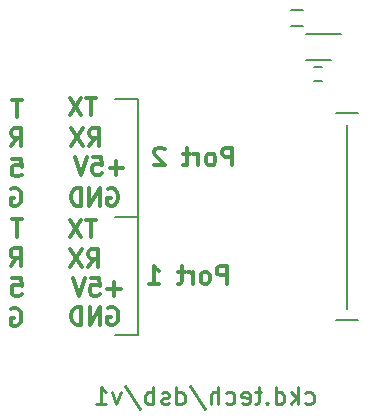
<source format=gbo>
G04 #@! TF.FileFunction,Legend,Bot*
%FSLAX46Y46*%
G04 Gerber Fmt 4.6, Leading zero omitted, Abs format (unit mm)*
G04 Created by KiCad (PCBNEW (2015-11-03 BZR 6296)-product) date Tuesday, November 10, 2015 'PMt' 04:38:30 PM*
%MOMM*%
G01*
G04 APERTURE LIST*
%ADD10C,0.100000*%
%ADD11C,0.250000*%
%ADD12C,0.300000*%
%ADD13C,0.200000*%
%ADD14C,0.150000*%
G04 APERTURE END LIST*
D10*
D11*
X156140000Y-123807143D02*
X156282857Y-123878571D01*
X156568571Y-123878571D01*
X156711429Y-123807143D01*
X156782857Y-123735714D01*
X156854286Y-123592857D01*
X156854286Y-123164286D01*
X156782857Y-123021429D01*
X156711429Y-122950000D01*
X156568571Y-122878571D01*
X156282857Y-122878571D01*
X156140000Y-122950000D01*
X155497143Y-123878571D02*
X155497143Y-122378571D01*
X155354286Y-123307143D02*
X154925715Y-123878571D01*
X154925715Y-122878571D02*
X155497143Y-123450000D01*
X153640000Y-123878571D02*
X153640000Y-122378571D01*
X153640000Y-123807143D02*
X153782857Y-123878571D01*
X154068571Y-123878571D01*
X154211429Y-123807143D01*
X154282857Y-123735714D01*
X154354286Y-123592857D01*
X154354286Y-123164286D01*
X154282857Y-123021429D01*
X154211429Y-122950000D01*
X154068571Y-122878571D01*
X153782857Y-122878571D01*
X153640000Y-122950000D01*
X152925714Y-123735714D02*
X152854286Y-123807143D01*
X152925714Y-123878571D01*
X152997143Y-123807143D01*
X152925714Y-123735714D01*
X152925714Y-123878571D01*
X152425714Y-122878571D02*
X151854285Y-122878571D01*
X152211428Y-122378571D02*
X152211428Y-123664286D01*
X152140000Y-123807143D01*
X151997142Y-123878571D01*
X151854285Y-123878571D01*
X150782857Y-123807143D02*
X150925714Y-123878571D01*
X151211428Y-123878571D01*
X151354285Y-123807143D01*
X151425714Y-123664286D01*
X151425714Y-123092857D01*
X151354285Y-122950000D01*
X151211428Y-122878571D01*
X150925714Y-122878571D01*
X150782857Y-122950000D01*
X150711428Y-123092857D01*
X150711428Y-123235714D01*
X151425714Y-123378571D01*
X149425714Y-123807143D02*
X149568571Y-123878571D01*
X149854285Y-123878571D01*
X149997143Y-123807143D01*
X150068571Y-123735714D01*
X150140000Y-123592857D01*
X150140000Y-123164286D01*
X150068571Y-123021429D01*
X149997143Y-122950000D01*
X149854285Y-122878571D01*
X149568571Y-122878571D01*
X149425714Y-122950000D01*
X148782857Y-123878571D02*
X148782857Y-122378571D01*
X148140000Y-123878571D02*
X148140000Y-123092857D01*
X148211429Y-122950000D01*
X148354286Y-122878571D01*
X148568571Y-122878571D01*
X148711429Y-122950000D01*
X148782857Y-123021429D01*
X146354286Y-122307143D02*
X147640000Y-124235714D01*
X145211428Y-123878571D02*
X145211428Y-122378571D01*
X145211428Y-123807143D02*
X145354285Y-123878571D01*
X145639999Y-123878571D01*
X145782857Y-123807143D01*
X145854285Y-123735714D01*
X145925714Y-123592857D01*
X145925714Y-123164286D01*
X145854285Y-123021429D01*
X145782857Y-122950000D01*
X145639999Y-122878571D01*
X145354285Y-122878571D01*
X145211428Y-122950000D01*
X144568571Y-123807143D02*
X144425714Y-123878571D01*
X144139999Y-123878571D01*
X143997142Y-123807143D01*
X143925714Y-123664286D01*
X143925714Y-123592857D01*
X143997142Y-123450000D01*
X144139999Y-123378571D01*
X144354285Y-123378571D01*
X144497142Y-123307143D01*
X144568571Y-123164286D01*
X144568571Y-123092857D01*
X144497142Y-122950000D01*
X144354285Y-122878571D01*
X144139999Y-122878571D01*
X143997142Y-122950000D01*
X143282856Y-123878571D02*
X143282856Y-122378571D01*
X143282856Y-122950000D02*
X143139999Y-122878571D01*
X142854285Y-122878571D01*
X142711428Y-122950000D01*
X142639999Y-123021429D01*
X142568570Y-123164286D01*
X142568570Y-123592857D01*
X142639999Y-123735714D01*
X142711428Y-123807143D01*
X142854285Y-123878571D01*
X143139999Y-123878571D01*
X143282856Y-123807143D01*
X140854285Y-122307143D02*
X142139999Y-124235714D01*
X140497141Y-122878571D02*
X140139998Y-123878571D01*
X139782856Y-122878571D01*
X138425713Y-123878571D02*
X139282856Y-123878571D01*
X138854284Y-123878571D02*
X138854284Y-122378571D01*
X138997141Y-122592857D01*
X139139999Y-122735714D01*
X139282856Y-122807143D01*
D12*
X149492857Y-113668571D02*
X149492857Y-112168571D01*
X148921429Y-112168571D01*
X148778571Y-112240000D01*
X148707143Y-112311429D01*
X148635714Y-112454286D01*
X148635714Y-112668571D01*
X148707143Y-112811429D01*
X148778571Y-112882857D01*
X148921429Y-112954286D01*
X149492857Y-112954286D01*
X147778571Y-113668571D02*
X147921429Y-113597143D01*
X147992857Y-113525714D01*
X148064286Y-113382857D01*
X148064286Y-112954286D01*
X147992857Y-112811429D01*
X147921429Y-112740000D01*
X147778571Y-112668571D01*
X147564286Y-112668571D01*
X147421429Y-112740000D01*
X147350000Y-112811429D01*
X147278571Y-112954286D01*
X147278571Y-113382857D01*
X147350000Y-113525714D01*
X147421429Y-113597143D01*
X147564286Y-113668571D01*
X147778571Y-113668571D01*
X146635714Y-113668571D02*
X146635714Y-112668571D01*
X146635714Y-112954286D02*
X146564286Y-112811429D01*
X146492857Y-112740000D01*
X146350000Y-112668571D01*
X146207143Y-112668571D01*
X145921429Y-112668571D02*
X145350000Y-112668571D01*
X145707143Y-112168571D02*
X145707143Y-113454286D01*
X145635715Y-113597143D01*
X145492857Y-113668571D01*
X145350000Y-113668571D01*
X142921429Y-113668571D02*
X143778572Y-113668571D01*
X143350000Y-113668571D02*
X143350000Y-112168571D01*
X143492857Y-112382857D01*
X143635715Y-112525714D01*
X143778572Y-112597143D01*
X149942857Y-103658571D02*
X149942857Y-102158571D01*
X149371429Y-102158571D01*
X149228571Y-102230000D01*
X149157143Y-102301429D01*
X149085714Y-102444286D01*
X149085714Y-102658571D01*
X149157143Y-102801429D01*
X149228571Y-102872857D01*
X149371429Y-102944286D01*
X149942857Y-102944286D01*
X148228571Y-103658571D02*
X148371429Y-103587143D01*
X148442857Y-103515714D01*
X148514286Y-103372857D01*
X148514286Y-102944286D01*
X148442857Y-102801429D01*
X148371429Y-102730000D01*
X148228571Y-102658571D01*
X148014286Y-102658571D01*
X147871429Y-102730000D01*
X147800000Y-102801429D01*
X147728571Y-102944286D01*
X147728571Y-103372857D01*
X147800000Y-103515714D01*
X147871429Y-103587143D01*
X148014286Y-103658571D01*
X148228571Y-103658571D01*
X147085714Y-103658571D02*
X147085714Y-102658571D01*
X147085714Y-102944286D02*
X147014286Y-102801429D01*
X146942857Y-102730000D01*
X146800000Y-102658571D01*
X146657143Y-102658571D01*
X146371429Y-102658571D02*
X145800000Y-102658571D01*
X146157143Y-102158571D02*
X146157143Y-103444286D01*
X146085715Y-103587143D01*
X145942857Y-103658571D01*
X145800000Y-103658571D01*
X144228572Y-102301429D02*
X144157143Y-102230000D01*
X144014286Y-102158571D01*
X143657143Y-102158571D01*
X143514286Y-102230000D01*
X143442857Y-102301429D01*
X143371429Y-102444286D01*
X143371429Y-102587143D01*
X143442857Y-102801429D01*
X144300000Y-103658571D01*
X143371429Y-103658571D01*
D13*
X142000000Y-98000000D02*
X140000000Y-98000000D01*
X142000000Y-108000000D02*
X142000000Y-98000000D01*
X140000000Y-108000000D02*
X142000000Y-108000000D01*
X142000000Y-108000000D02*
X142000000Y-118000000D01*
X142000000Y-118000000D02*
X140000000Y-118000000D01*
D12*
X138397143Y-97908571D02*
X137540000Y-97908571D01*
X137968571Y-99408571D02*
X137968571Y-97908571D01*
X137182857Y-97908571D02*
X136182857Y-99408571D01*
X136182857Y-97908571D02*
X137182857Y-99408571D01*
X137825714Y-102008571D02*
X138325714Y-101294286D01*
X138682857Y-102008571D02*
X138682857Y-100508571D01*
X138111429Y-100508571D01*
X137968571Y-100580000D01*
X137897143Y-100651429D01*
X137825714Y-100794286D01*
X137825714Y-101008571D01*
X137897143Y-101151429D01*
X137968571Y-101222857D01*
X138111429Y-101294286D01*
X138682857Y-101294286D01*
X137325714Y-100508571D02*
X136325714Y-102008571D01*
X136325714Y-100508571D02*
X137325714Y-102008571D01*
X140722857Y-103867143D02*
X139580000Y-103867143D01*
X140151429Y-104438571D02*
X140151429Y-103295714D01*
X138151428Y-102938571D02*
X138865714Y-102938571D01*
X138937143Y-103652857D01*
X138865714Y-103581429D01*
X138722857Y-103510000D01*
X138365714Y-103510000D01*
X138222857Y-103581429D01*
X138151428Y-103652857D01*
X138080000Y-103795714D01*
X138080000Y-104152857D01*
X138151428Y-104295714D01*
X138222857Y-104367143D01*
X138365714Y-104438571D01*
X138722857Y-104438571D01*
X138865714Y-104367143D01*
X138937143Y-104295714D01*
X137651429Y-102938571D02*
X137151429Y-104438571D01*
X136651429Y-102938571D01*
X139437143Y-105660000D02*
X139580000Y-105588571D01*
X139794286Y-105588571D01*
X140008571Y-105660000D01*
X140151429Y-105802857D01*
X140222857Y-105945714D01*
X140294286Y-106231429D01*
X140294286Y-106445714D01*
X140222857Y-106731429D01*
X140151429Y-106874286D01*
X140008571Y-107017143D01*
X139794286Y-107088571D01*
X139651429Y-107088571D01*
X139437143Y-107017143D01*
X139365714Y-106945714D01*
X139365714Y-106445714D01*
X139651429Y-106445714D01*
X138722857Y-107088571D02*
X138722857Y-105588571D01*
X137865714Y-107088571D01*
X137865714Y-105588571D01*
X137151428Y-107088571D02*
X137151428Y-105588571D01*
X136794285Y-105588571D01*
X136580000Y-105660000D01*
X136437142Y-105802857D01*
X136365714Y-105945714D01*
X136294285Y-106231429D01*
X136294285Y-106445714D01*
X136365714Y-106731429D01*
X136437142Y-106874286D01*
X136580000Y-107017143D01*
X136794285Y-107088571D01*
X137151428Y-107088571D01*
X138407143Y-108248571D02*
X137550000Y-108248571D01*
X137978571Y-109748571D02*
X137978571Y-108248571D01*
X137192857Y-108248571D02*
X136192857Y-109748571D01*
X136192857Y-108248571D02*
X137192857Y-109748571D01*
X137755714Y-112268571D02*
X138255714Y-111554286D01*
X138612857Y-112268571D02*
X138612857Y-110768571D01*
X138041429Y-110768571D01*
X137898571Y-110840000D01*
X137827143Y-110911429D01*
X137755714Y-111054286D01*
X137755714Y-111268571D01*
X137827143Y-111411429D01*
X137898571Y-111482857D01*
X138041429Y-111554286D01*
X138612857Y-111554286D01*
X137255714Y-110768571D02*
X136255714Y-112268571D01*
X136255714Y-110768571D02*
X137255714Y-112268571D01*
X140532857Y-114097143D02*
X139390000Y-114097143D01*
X139961429Y-114668571D02*
X139961429Y-113525714D01*
X137961428Y-113168571D02*
X138675714Y-113168571D01*
X138747143Y-113882857D01*
X138675714Y-113811429D01*
X138532857Y-113740000D01*
X138175714Y-113740000D01*
X138032857Y-113811429D01*
X137961428Y-113882857D01*
X137890000Y-114025714D01*
X137890000Y-114382857D01*
X137961428Y-114525714D01*
X138032857Y-114597143D01*
X138175714Y-114668571D01*
X138532857Y-114668571D01*
X138675714Y-114597143D01*
X138747143Y-114525714D01*
X137461429Y-113168571D02*
X136961429Y-114668571D01*
X136461429Y-113168571D01*
X139467143Y-115730000D02*
X139610000Y-115658571D01*
X139824286Y-115658571D01*
X140038571Y-115730000D01*
X140181429Y-115872857D01*
X140252857Y-116015714D01*
X140324286Y-116301429D01*
X140324286Y-116515714D01*
X140252857Y-116801429D01*
X140181429Y-116944286D01*
X140038571Y-117087143D01*
X139824286Y-117158571D01*
X139681429Y-117158571D01*
X139467143Y-117087143D01*
X139395714Y-117015714D01*
X139395714Y-116515714D01*
X139681429Y-116515714D01*
X138752857Y-117158571D02*
X138752857Y-115658571D01*
X137895714Y-117158571D01*
X137895714Y-115658571D01*
X137181428Y-117158571D02*
X137181428Y-115658571D01*
X136824285Y-115658571D01*
X136610000Y-115730000D01*
X136467142Y-115872857D01*
X136395714Y-116015714D01*
X136324285Y-116301429D01*
X136324285Y-116515714D01*
X136395714Y-116801429D01*
X136467142Y-116944286D01*
X136610000Y-117087143D01*
X136824285Y-117158571D01*
X137181428Y-117158571D01*
X131257143Y-115800000D02*
X131400000Y-115728571D01*
X131614286Y-115728571D01*
X131828571Y-115800000D01*
X131971429Y-115942857D01*
X132042857Y-116085714D01*
X132114286Y-116371429D01*
X132114286Y-116585714D01*
X132042857Y-116871429D01*
X131971429Y-117014286D01*
X131828571Y-117157143D01*
X131614286Y-117228571D01*
X131471429Y-117228571D01*
X131257143Y-117157143D01*
X131185714Y-117085714D01*
X131185714Y-116585714D01*
X131471429Y-116585714D01*
X131342856Y-113178571D02*
X132057142Y-113178571D01*
X132128571Y-113892857D01*
X132057142Y-113821429D01*
X131914285Y-113750000D01*
X131557142Y-113750000D01*
X131414285Y-113821429D01*
X131342856Y-113892857D01*
X131271428Y-114035714D01*
X131271428Y-114392857D01*
X131342856Y-114535714D01*
X131414285Y-114607143D01*
X131557142Y-114678571D01*
X131914285Y-114678571D01*
X132057142Y-114607143D01*
X132128571Y-114535714D01*
X131185714Y-112178571D02*
X131685714Y-111464286D01*
X132042857Y-112178571D02*
X132042857Y-110678571D01*
X131471429Y-110678571D01*
X131328571Y-110750000D01*
X131257143Y-110821429D01*
X131185714Y-110964286D01*
X131185714Y-111178571D01*
X131257143Y-111321429D01*
X131328571Y-111392857D01*
X131471429Y-111464286D01*
X132042857Y-111464286D01*
X132128571Y-108228571D02*
X131271428Y-108228571D01*
X131699999Y-109728571D02*
X131699999Y-108228571D01*
X131257143Y-105650000D02*
X131400000Y-105578571D01*
X131614286Y-105578571D01*
X131828571Y-105650000D01*
X131971429Y-105792857D01*
X132042857Y-105935714D01*
X132114286Y-106221429D01*
X132114286Y-106435714D01*
X132042857Y-106721429D01*
X131971429Y-106864286D01*
X131828571Y-107007143D01*
X131614286Y-107078571D01*
X131471429Y-107078571D01*
X131257143Y-107007143D01*
X131185714Y-106935714D01*
X131185714Y-106435714D01*
X131471429Y-106435714D01*
X131342856Y-103078571D02*
X132057142Y-103078571D01*
X132128571Y-103792857D01*
X132057142Y-103721429D01*
X131914285Y-103650000D01*
X131557142Y-103650000D01*
X131414285Y-103721429D01*
X131342856Y-103792857D01*
X131271428Y-103935714D01*
X131271428Y-104292857D01*
X131342856Y-104435714D01*
X131414285Y-104507143D01*
X131557142Y-104578571D01*
X131914285Y-104578571D01*
X132057142Y-104507143D01*
X132128571Y-104435714D01*
X131235714Y-102028571D02*
X131735714Y-101314286D01*
X132092857Y-102028571D02*
X132092857Y-100528571D01*
X131521429Y-100528571D01*
X131378571Y-100600000D01*
X131307143Y-100671429D01*
X131235714Y-100814286D01*
X131235714Y-101028571D01*
X131307143Y-101171429D01*
X131378571Y-101242857D01*
X131521429Y-101314286D01*
X132092857Y-101314286D01*
X132128571Y-98078571D02*
X131271428Y-98078571D01*
X131699999Y-99578571D02*
X131699999Y-98078571D01*
D14*
X158725000Y-99240000D02*
X160575000Y-99240000D01*
X158725000Y-116760000D02*
X160575000Y-116760000D01*
X159650000Y-115800000D02*
X159650000Y-100200000D01*
X156850000Y-96500000D02*
X157550000Y-96500000D01*
X157550000Y-95300000D02*
X156850000Y-95300000D01*
X158337500Y-94737500D02*
X156187500Y-94737500D01*
X159162500Y-92487500D02*
X156187500Y-92487500D01*
X154950000Y-91875000D02*
X155950000Y-91875000D01*
X155950000Y-90525000D02*
X154950000Y-90525000D01*
M02*

</source>
